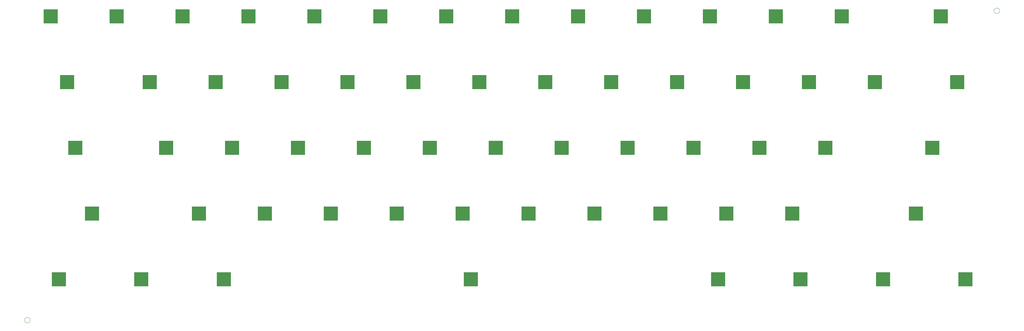
<source format=gko>
G04*
G04 #@! TF.GenerationSoftware,Altium Limited,Altium Designer,23.1.1 (15)*
G04*
G04 Layer_Color=16711935*
%FSLAX25Y25*%
%MOIN*%
G70*
G04*
G04 #@! TF.SameCoordinates,2B387D3F-2690-41C2-BDA0-AF5B162F5435*
G04*
G04*
G04 #@! TF.FilePolarity,Positive*
G04*
G01*
G75*
%ADD63C,0.00100*%
%ADD64R,0.16000X0.16000*%
D63*
X7300Y4000D02*
G03*
X7300Y4000I-3300J0D01*
G01*
X1110300Y357000D02*
G03*
X1110300Y357000I-3300J0D01*
G01*
D64*
X1071235Y50610D02*
D03*
X977485D02*
D03*
X883735D02*
D03*
X789985D02*
D03*
X508735D02*
D03*
X227485D02*
D03*
X133735D02*
D03*
X39985D02*
D03*
X77485Y125610D02*
D03*
X199360D02*
D03*
X274360D02*
D03*
X349360D02*
D03*
X424360D02*
D03*
X499360D02*
D03*
X574360D02*
D03*
X649360D02*
D03*
X724360D02*
D03*
X799360D02*
D03*
X874360D02*
D03*
X1014985D02*
D03*
X1033735Y200610D02*
D03*
X911860D02*
D03*
X836860D02*
D03*
X761860D02*
D03*
X686860D02*
D03*
X611860D02*
D03*
X536860D02*
D03*
X461860D02*
D03*
X386860D02*
D03*
X311860D02*
D03*
X236860D02*
D03*
X161860D02*
D03*
X58735D02*
D03*
X49360Y275610D02*
D03*
X143110D02*
D03*
X218110D02*
D03*
X293110D02*
D03*
X368110D02*
D03*
X443110D02*
D03*
X518110D02*
D03*
X593110D02*
D03*
X668110D02*
D03*
X743110D02*
D03*
X818110D02*
D03*
X893110D02*
D03*
X968110D02*
D03*
X1061860D02*
D03*
X1043110Y350610D02*
D03*
X930610D02*
D03*
X855610D02*
D03*
X780610D02*
D03*
X705610D02*
D03*
X630610D02*
D03*
X555610D02*
D03*
X480610D02*
D03*
X405610D02*
D03*
X330610D02*
D03*
X255610D02*
D03*
X180610D02*
D03*
X105610D02*
D03*
X30610D02*
D03*
M02*

</source>
